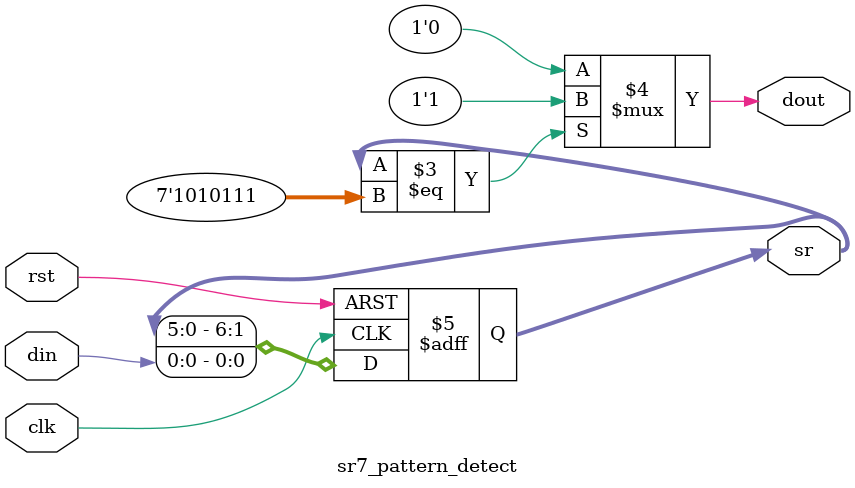
<source format=v>
`timescale 1ns / 1ps

module sr7_pattern_detect (
    input  wire        clk,    // 시스템 클럭
    input  wire        rst,    // Active-Low 리셋
    input  wire        din,    // 1비트 직렬 입력
    output reg  [6:0]  sr,     // 내부 시프트 레지스터 값 출력
    output wire        dout    // 패턴 검출 플래그
);
    // 7비트 시프트 레지스터 갱신
    always @(posedge clk or negedge rst) begin
        if (!rst)
            sr <= 7'b0;
        else
            sr <= { sr[5:0], din };
    end
    // 즉시 검출
    assign dout = (sr == 7'b1010111) ? 1'b1 : 1'b0;
endmodule
</source>
